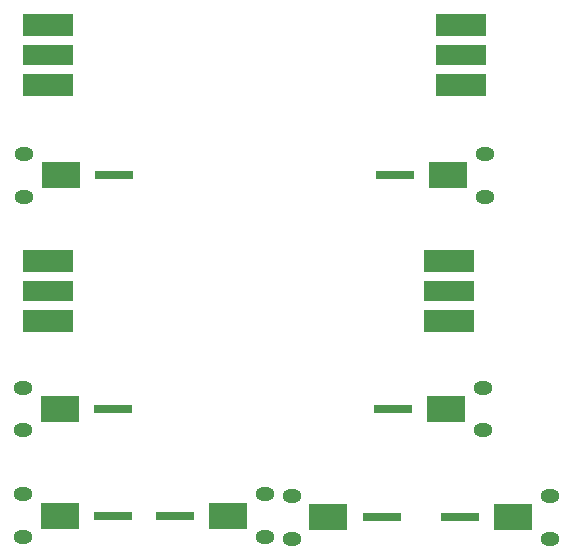
<source format=gts>
G04*
G04 #@! TF.GenerationSoftware,Altium Limited,Altium Designer,24.5.2 (23)*
G04*
G04 Layer_Color=8388736*
%FSLAX25Y25*%
%MOIN*%
G70*
G04*
G04 #@! TF.SameCoordinates,1BA70C70-AC76-4000-BBC4-16FF1EE58307*
G04*
G04*
G04 #@! TF.FilePolarity,Negative*
G04*
G01*
G75*
%ADD17R,0.12611X0.02600*%
%ADD18R,0.12611X0.09100*%
%ADD19O,0.06312X0.04737*%
%ADD20R,0.16800X0.07800*%
%ADD21R,0.16800X0.06800*%
D17*
X41339Y19685D02*
D03*
X130921Y19087D02*
D03*
X41339Y55118D02*
D03*
X62094Y19685D02*
D03*
X157079Y19087D02*
D03*
X134646Y55118D02*
D03*
X135433Y133071D02*
D03*
X41732D02*
D03*
D18*
X23622Y19685D02*
D03*
X113205Y19087D02*
D03*
X23622Y55118D02*
D03*
X79811Y19685D02*
D03*
X174795Y19087D02*
D03*
X152362Y55118D02*
D03*
X153150Y133071D02*
D03*
X24016D02*
D03*
D19*
X11417Y26772D02*
D03*
Y12598D02*
D03*
X101000Y26173D02*
D03*
Y12000D02*
D03*
X11417Y62205D02*
D03*
Y48031D02*
D03*
X92016Y26772D02*
D03*
Y12598D02*
D03*
X187000Y12000D02*
D03*
Y26173D02*
D03*
X164567Y62205D02*
D03*
Y48031D02*
D03*
X165354Y125984D02*
D03*
Y140157D02*
D03*
X11811D02*
D03*
Y125984D02*
D03*
D20*
X157480Y183228D02*
D03*
Y163228D02*
D03*
X19685D02*
D03*
Y183228D02*
D03*
Y84488D02*
D03*
Y104488D02*
D03*
X153543D02*
D03*
Y84488D02*
D03*
D21*
X157480Y173228D02*
D03*
X19685D02*
D03*
Y94488D02*
D03*
X153543D02*
D03*
M02*

</source>
